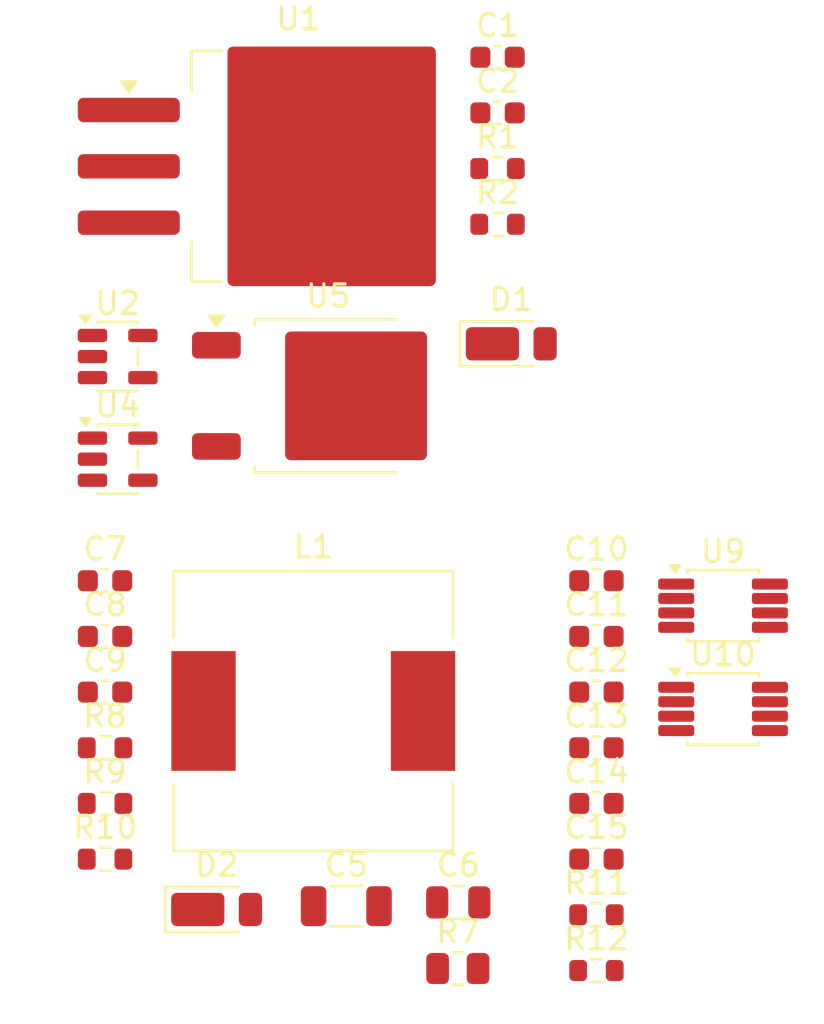
<source format=kicad_pcb>
(kicad_pcb (version 20241229) (generator "pcbnew") (generator_version "9.0")
  (layers (0 "F.Cu" signal) (2 "B.Cu" signal) (13 "F.Paste" user) (15 "B.Paste" user) (5 "F.SilkS" user "F.Silkscreen") (7 "B.SilkS" user "B.Silkscreen") (1 "F.Mask" user) (3 "B.Mask" user) (25 "Edge.Cuts" user))
  (net 0 "")
  (net 1 "GND")
  (net 2 "Net-(U1-IN)")
  (net 3 "Net-(U2-Vin+)")
  (net 4 "Net-(U3-BST)")
  (net 5 "+36V")
  (net 6 "/Boost Converter/VOUT")
  (net 7 "Net-(U6-INTVCC)")
  (net 8 "Net-(U6-SS)")
  (net 9 "Net-(C9-Pad1)")
  (net 10 "+5V")
  (net 11 "Net-(U9-DISCH)")
  (net 12 "Net-(U10-DISCH)")
  (net 13 "Net-(D1-K)")
  (net 14 "Net-(D1-A)")
  (net 15 "Net-(D2-A)")
  (net 16 "Net-(U1-OUT)")
  (net 17 "Net-(U6-FBX)")
  (net 18 "Net-(U6-VC)")
  (net 19 "Net-(U6-RT)")
  (net 20 "Net-(U2-OUT)")
  (net 21 "/CURR")
  (net 22 "Net-(U4--)")
  (net 23 "Net-(U5-ADJ)")
  (net 24 "/Pulse Controller/~{CURR}")
  (net 25 "/Pulse Controller/PULSE")
  (net 27 "/Pulse Controller/COOLDOWN")
  (footprint "Capacitor_SMD:C_0603_1608Metric" (layer "F.Cu") (at 126.098 124.717)
    (property "Reference" "C2" (at 0 -1.43 0) (layer "F.SilkS"))
    (property "Value" "0.1u")
    (fp_line (start -0.14058 -0.51) (end 0.14058 -0.51) (stroke (width 0.12)) (layer "F.SilkS"))
    (fp_line (start -0.14058 0.51) (end 0.14058 0.51) (stroke (width 0.12)) (layer "F.SilkS"))
    (pad "1" smd roundrect (at -0.775 0) (size 0.9 0.95) (layers "F.Cu" "F.Mask" "F.Paste") (net 4 "Net-(U3-BST)"))
    (pad "2" smd roundrect (at 0.775 0) (size 0.9 0.95) (layers "F.Cu" "F.Mask" "F.Paste") (net 3 "Net-(U2-Vin+)"))
  )
  (footprint "Resistor_SMD:R_0603_1608Metric" (layer "F.Cu") (at 108.398 155.847)
    (property "Reference" "R9" (at 0 -1.43 0) (layer "F.SilkS"))
    (property "Value" "7.5k")
    (fp_line (start -0.237258 -0.5225) (end 0.237258 -0.5225) (stroke (width 0.12)) (layer "F.SilkS"))
    (fp_line (start -0.237258 0.5225) (end 0.237258 0.5225) (stroke (width 0.12)) (layer "F.SilkS"))
    (pad "1" smd roundrect (at -0.825 0) (size 0.8 0.95) (layers "F.Cu" "F.Mask" "F.Paste") (net 1 "GND"))
    (pad "2" smd roundrect (at 0.825 0) (size 0.8 0.95) (layers "F.Cu" "F.Mask" "F.Paste") (net 17 "Net-(U6-FBX)"))
  )
  (footprint "Capacitor_SMD:C_0603_1608Metric" (layer "F.Cu") (at 126.098 122.207)
    (property "Reference" "C1" (at 0 -1.43 0) (layer "F.SilkS"))
    (property "Value" "1u")
    (fp_line (start -0.14058 -0.51) (end 0.14058 -0.51) (stroke (width 0.12)) (layer "F.SilkS"))
    (fp_line (start -0.14058 0.51) (end 0.14058 0.51) (stroke (width 0.12)) (layer "F.SilkS"))
    (pad "1" smd roundrect (at -0.775 0) (size 0.9 0.95) (layers "F.Cu" "F.Mask" "F.Paste") (net 2 "Net-(U1-IN)"))
    (pad "2" smd roundrect (at 0.775 0) (size 0.9 0.95) (layers "F.Cu" "F.Mask" "F.Paste") (net 1 "GND"))
  )
  (footprint "Resistor_SMD:R_0603_1608Metric" (layer "F.Cu") (at 108.398 158.357)
    (property "Reference" "R10" (at 0 -1.43 0) (layer "F.SilkS"))
    (property "Value" "100k")
    (fp_line (start -0.237258 -0.5225) (end 0.237258 -0.5225) (stroke (width 0.12)) (layer "F.SilkS"))
    (fp_line (start -0.237258 0.5225) (end 0.237258 0.5225) (stroke (width 0.12)) (layer "F.SilkS"))
    (pad "1" smd roundrect (at -0.825 0) (size 0.8 0.95) (layers "F.Cu" "F.Mask" "F.Paste") (net 1 "GND"))
    (pad "2" smd roundrect (at 0.825 0) (size 0.8 0.95) (layers "F.Cu" "F.Mask" "F.Paste") (net 19 "Net-(U6-RT)"))
  )
  (footprint "Package_SO:VSSOP-8_3x3mm_P0.65mm" (layer "F.Cu") (at 136.268 146.932)
    (property "Reference" "U9" (at 0 -2.45 0) (layer "F.SilkS"))
    (property "Value" "LMC555xMM")
    (fp_line (start -1.61 -1.61) (end 1.61 -1.61) (stroke (width 0.12)) (layer "F.SilkS"))
    (fp_line (start -1.61 -1.485) (end -1.61 -1.61) (stroke (width 0.12)) (layer "F.SilkS"))
    (fp_line (start -1.61 1.61) (end -1.61 1.485) (stroke (width 0.12)) (layer "F.SilkS"))
    (fp_line (start 1.61 -1.61) (end 1.61 -1.485) (stroke (width 0.12)) (layer "F.SilkS"))
    (fp_line (start 1.61 1.485) (end 1.61 1.61) (stroke (width 0.12)) (layer "F.SilkS"))
    (fp_line (start 1.61 1.61) (end -1.61 1.61) (stroke (width 0.12)) (layer "F.SilkS"))
    (fp_poly (pts (xy -2.16 -1.49) (xy -2.4 -1.82) (xy -1.92 -1.82)) (stroke (width 0.12)) (fill yes) (layer "F.SilkS"))
    (pad "1" smd roundrect (at -2.1125 -0.975) (size 1.625 0.5) (layers "F.Cu" "F.Mask" "F.Paste") (net 1 "GND"))
    (pad "2" smd roundrect (at -2.1125 -0.325) (size 1.625 0.5) (layers "F.Cu" "F.Mask" "F.Paste") (net 24 "/Pulse Controller/~{CURR}"))
    (pad "3" smd roundrect (at -2.1125 0.325) (size 1.625 0.5) (layers "F.Cu" "F.Mask" "F.Paste") (net 25 "/Pulse Controller/PULSE"))
    (pad "4" smd roundrect (at -2.1125 0.975) (size 1.625 0.5) (layers "F.Cu" "F.Mask" "F.Paste") (net 10 "+5V"))
    (pad "5" smd roundrect (at 2.1125 0.975) (size 1.625 0.5) (layers "F.Cu" "F.Mask" "F.Paste"))
    (pad "6" smd roundrect (at 2.1125 0.325) (size 1.625 0.5) (layers "F.Cu" "F.Mask" "F.Paste") (net 11 "Net-(U9-DISCH)"))
    (pad "7" smd roundrect (at 2.1125 -0.325) (size 1.625 0.5) (layers "F.Cu" "F.Mask" "F.Paste") (net 11 "Net-(U9-DISCH)"))
    (pad "8" smd roundrect (at 2.1125 -0.975) (size 1.625 0.5) (layers "F.Cu" "F.Mask" "F.Paste") (net 10 "+5V"))
  )
  (footprint "Resistor_SMD:R_0603_1608Metric" (layer "F.Cu") (at 108.398 153.337)
    (property "Reference" "R8" (at 0 -1.43 0) (layer "F.SilkS"))
    (property "Value" "100k")
    (fp_line (start -0.237258 -0.5225) (end 0.237258 -0.5225) (stroke (width 0.12)) (layer "F.SilkS"))
    (fp_line (start -0.237258 0.5225) (end 0.237258 0.5225) (stroke (width 0.12)) (layer "F.SilkS"))
    (pad "1" smd roundrect (at -0.825 0) (size 0.8 0.95) (layers "F.Cu" "F.Mask" "F.Paste") (net 9 "Net-(C9-Pad1)"))
    (pad "2" smd roundrect (at 0.825 0) (size 0.8 0.95) (layers "F.Cu" "F.Mask" "F.Paste") (net 18 "Net-(U6-VC)"))
  )
  (footprint "Package_TO_SOT_SMD:SOT-23-5" (layer "F.Cu") (at 108.968 135.702)
    (property "Reference" "U2" (at 0 -2.4 0) (layer "F.SilkS"))
    (property "Value" "INA281A2")
    (fp_line (start -0.91 -1.56) (end 0.91 -1.56) (stroke (width 0.12)) (layer "F.SilkS"))
    (fp_line (start -0.91 -1.51) (end -0.91 -1.56) (stroke (width 0.12)) (layer "F.SilkS"))
    (fp_line (start -0.91 1.56) (end -0.91 1.51) (stroke (width 0.12)) (layer "F.SilkS"))
    (fp_line (start 0.91 -1.56) (end 0.91 -1.51) (stroke (width 0.12)) (layer "F.SilkS"))
    (fp_line (start 0.91 -0.39) (end 0.91 0.39) (stroke (width 0.12)) (layer "F.SilkS"))
    (fp_line (start 0.91 1.51) (end 0.91 1.56) (stroke (width 0.12)) (layer "F.SilkS"))
    (fp_line (start 0.91 1.56) (end -0.91 1.56) (stroke (width 0.12)) (layer "F.SilkS"))
    (fp_poly (pts (xy -1.45 -1.51) (xy -1.69 -1.84) (xy -1.21 -1.84)) (stroke (width 0.12)) (fill yes) (layer "F.SilkS"))
    (pad "1" smd roundrect (at -1.1375 -0.95) (size 1.325 0.6) (layers "F.Cu" "F.Mask" "F.Paste") (net 20 "Net-(U2-OUT)"))
    (pad "2" smd roundrect (at -1.1375 0) (size 1.325 0.6) (layers "F.Cu" "F.Mask" "F.Paste") (net 1 "GND"))
    (pad "3" smd roundrect (at -1.1375 0.95) (size 1.325 0.6) (layers "F.Cu" "F.Mask" "F.Paste") (net 3 "Net-(U2-Vin+)"))
    (pad "4" smd roundrect (at 1.1375 0.95) (size 1.325 0.6) (layers "F.Cu" "F.Mask" "F.Paste") (net 2 "Net-(U1-IN)"))
    (pad "5" smd roundrect (at 1.1375 -0.95) (size 1.325 0.6) (layers "F.Cu" "F.Mask" "F.Paste") (net 10 "+5V"))
  )
  (footprint "Diode_SMD:D_PowerDI-123" (layer "F.Cu") (at 113.428 160.627)
    (property "Reference" "D2" (at 0 -2 0) (layer "F.SilkS"))
    (property "Value" "150V 1A, Schottky bigger")
    (fp_line (start -2.31 1.01) (end -2.31 -1.01) (stroke (width 0.12)) (layer "F.SilkS"))
    (fp_line (start -2.31 1.01) (end 1 1.01) (stroke (width 0.12)) (layer "F.SilkS"))
    (fp_line (start 1 -1.01) (end -2.31 -1.01) (stroke (width 0.12)) (layer "F.SilkS"))
    (pad "1" smd roundrect (at -0.85 0 180) (size 2.4 1.5) (layers "F.Cu" "F.Mask" "F.Paste") (roundrect_rratio 0.1666666667) (net 6 "/Boost Converter/VOUT"))
    (pad "2" smd roundrect (at 1.525 0 180) (size 1.05 1.5) (layers "F.Cu" "F.Mask" "F.Paste") (roundrect_rratio 0.2380952381) (net 15 "Net-(D2-A)"))
  )
  (footprint "Capacitor_SMD:C_0603_1608Metric" (layer "F.Cu") (at 130.558 153.337)
    (property "Reference" "C13" (at 0 -1.43 0) (layer "F.SilkS"))
    (property "Value" "560p")
    (fp_line (start -0.14058 -0.51) (end 0.14058 -0.51) (stroke (width 0.12)) (layer "F.SilkS"))
    (fp_line (start -0.14058 0.51) (end 0.14058 0.51) (stroke (width 0.12)) (layer "F.SilkS"))
    (pad "1" smd roundrect (at -0.775 0) (size 0.9 0.95) (layers "F.Cu" "F.Mask" "F.Paste") (net 1 "GND"))
    (pad "2" smd roundrect (at 0.775 0) (size 0.9 0.95) (layers "F.Cu" "F.Mask" "F.Paste") (net 11 "Net-(U9-DISCH)"))
  )
  (footprint "Package_SO:VSSOP-8_3x3mm_P0.65mm" (layer "F.Cu") (at 136.268 151.587)
    (property "Reference" "U10" (at 0 -2.45 0) (layer "F.SilkS"))
    (property "Value" "LMC555xMM")
    (fp_line (start -1.61 -1.61) (end 1.61 -1.61) (stroke (width 0.12)) (layer "F.SilkS"))
    (fp_line (start -1.61 -1.485) (end -1.61 -1.61) (stroke (width 0.12)) (layer "F.SilkS"))
    (fp_line (start -1.61 1.61) (end -1.61 1.485) (stroke (width 0.12)) (layer "F.SilkS"))
    (fp_line (start 1.61 -1.61) (end 1.61 -1.485) (stroke (width 0.12)) (layer "F.SilkS"))
    (fp_line (start 1.61 1.485) (end 1.61 1.61) (stroke (width 0.12)) (layer "F.SilkS"))
    (fp_line (start 1.61 1.61) (end -1.61 1.61) (stroke (width 0.12)) (layer "F.SilkS"))
    (fp_poly (pts (xy -2.16 -1.49) (xy -2.4 -1.82) (xy -1.92 -1.82)) (stroke (width 0.12)) (fill yes) (layer "F.SilkS"))
    (pad "1" smd roundrect (at -2.1125 -0.975) (size 1.625 0.5) (layers "F.Cu" "F.Mask" "F.Paste") (net 1 "GND"))
    (pad "2" smd roundrect (at -2.1125 -0.325) (size 1.625 0.5) (layers "F.Cu" "F.Mask" "F.Paste") (net 24 "/Pulse Controller/~{CURR}"))
    (pad "3" smd roundrect (at -2.1125 0.325) (size 1.625 0.5) (layers "F.Cu" "F.Mask" "F.Paste") (net 27 "/Pulse Controller/COOLDOWN"))
    (pad "4" smd roundrect (at -2.1125 0.975) (size 1.625 0.5) (layers "F.Cu" "F.Mask" "F.Paste") (net 10 "+5V"))
    (pad "5" smd roundrect (at 2.1125 0.975) (size 1.625 0.5) (layers "F.Cu" "F.Mask" "F.Paste"))
    (pad "6" smd roundrect (at 2.1125 0.325) (size 1.625 0.5) (layers "F.Cu" "F.Mask" "F.Paste") (net 12 "Net-(U10-DISCH)"))
    (pad "7" smd roundrect (at 2.1125 -0.325) (size 1.625 0.5) (layers "F.Cu" "F.Mask" "F.Paste") (net 12 "Net-(U10-DISCH)"))
    (pad "8" smd roundrect (at 2.1125 -0.975) (size 1.625 0.5) (layers "F.Cu" "F.Mask" "F.Paste") (net 10 "+5V"))
  )
  (footprint "Capacitor_SMD:C_0603_1608Metric" (layer "F.Cu") (at 130.558 158.357)
    (property "Reference" "C15" (at 0 -1.43 0) (layer "F.SilkS"))
    (property "Value" "10n")
    (fp_line (start -0.14058 -0.51) (end 0.14058 -0.51) (stroke (width 0.12)) (layer "F.SilkS"))
    (fp_line (start -0.14058 0.51) (end 0.14058 0.51) (stroke (width 0.12)) (layer "F.SilkS"))
    (pad "1" smd roundrect (at -0.775 0) (size 0.9 0.95) (layers "F.Cu" "F.Mask" "F.Paste") (net 1 "GND"))
    (pad "2" smd roundrect (at 0.775 0) (size 0.9 0.95) (layers "F.Cu" "F.Mask" "F.Paste") (net 12 "Net-(U10-DISCH)"))
  )
  (footprint "Capacitor_SMD:C_0603_1608Metric" (layer "F.Cu") (at 130.558 148.317)
    (property "Reference" "C11" (at 0 -1.43 0) (layer "F.SilkS"))
    (property "Value" "0.1u")
    (fp_line (start -0.14058 -0.51) (end 0.14058 -0.51) (stroke (width 0.12)) (layer "F.SilkS"))
    (fp_line (start -0.14058 0.51) (end 0.14058 0.51) (stroke (width 0.12)) (layer "F.SilkS"))
    (pad "1" smd roundrect (at -0.775 0) (size 0.9 0.95) (layers "F.Cu" "F.Mask" "F.Paste") (net 1 "GND"))
    (pad "2" smd roundrect (at 0.775 0) (size 0.9 0.95) (layers "F.Cu" "F.Mask" "F.Paste") (net 10 "+5V"))
  )
  (footprint "Package_TO_SOT_SMD:TO-263-3_TabPin2" (layer "F.Cu") (at 117.118 127.127)
    (property "Reference" "U1" (at 0 -6.65 0) (layer "F.SilkS"))
    (property "Value" "TL783")
    (fp_line (start -4.825 -5.2) (end -4.825 -3.39) (stroke (width 0.12)) (layer "F.SilkS"))
    (fp_line (start -4.825 5.2) (end -4.825 3.39) (stroke (width 0.12)) (layer "F.SilkS"))
    (fp_line (start -3.46 -5.2) (end -4.825 -5.2) (stroke (width 0.12)) (layer "F.SilkS"))
    (fp_line (start -3.46 5.2) (end -4.825 5.2) (stroke (width 0.12)) (layer "F.SilkS"))
    (fp_poly (pts (xy -7.65 -3.35) (xy -7.99 -3.82) (xy -7.31 -3.82)) (stroke (width 0.12)) (fill yes) (layer "F.SilkS"))
    (pad "1" smd roundrect (at -7.65 -2.54) (size 4.6 1.1) (layers "F.Cu" "F.Mask" "F.Paste") (roundrect_rratio 0.227273) (net 14 "Net-(D1-A)"))
    (pad "2" smd roundrect (at -7.65 0) (size 4.6 1.1) (layers "F.Cu" "F.Mask" "F.Paste") (roundrect_rratio 0.227273) (net 16 "Net-(U1-OUT)"))
    (pad "2" smd roundrect (at 1.5 0) (size 9.4 10.8) (layers "F.Cu" "F.Mask") (roundrect_rratio 0.026596) (net 16 "Net-(U1-OUT)"))
    (pad "3" smd roundrect (at -7.65 2.54) (size 4.6 1.1) (layers "F.Cu" "F.Mask" "F.Paste") (roundrect_rratio 0.227273) (net 2 "Net-(U1-IN)"))
  )
  (footprint "Capacitor_SMD:C_0603_1608Metric" (layer "F.Cu") (at 130.558 145.807)
    (property "Reference" "C10" (at 0 -1.43 0) (layer "F.SilkS"))
    (property "Value" "0.1u")
    (fp_line (start -0.14058 -0.51) (end 0.14058 -0.51) (stroke (width 0.12)) (layer "F.SilkS"))
    (fp_line (start -0.14058 0.51) (end 0.14058 0.51) (stroke (width 0.12)) (layer "F.SilkS"))
    (pad "1" smd roundrect (at -0.775 0) (size 0.9 0.95) (layers "F.Cu" "F.Mask" "F.Paste") (net 1 "GND"))
    (pad "2" smd roundrect (at 0.775 0) (size 0.9 0.95) (layers "F.Cu" "F.Mask" "F.Paste") (net 10 "+5V"))
  )
  (footprint "Capacitor_SMD:C_0603_1608Metric" (layer "F.Cu") (at 108.398 148.317)
    (property "Reference" "C8" (at 0 -1.43 0) (layer "F.SilkS"))
    (property "Value" "0.22uF")
    (fp_line (start -0.14058 -0.51) (end 0.14058 -0.51) (stroke (width 0.12)) (layer "F.SilkS"))
    (fp_line (start -0.14058 0.51) (end 0.14058 0.51) (stroke (width 0.12)) (layer "F.SilkS"))
    (pad "1" smd roundrect (at -0.775 0) (size 0.9 0.95) (layers "F.Cu" "F.Mask" "F.Paste") (net 8 "Net-(U6-SS)"))
    (pad "2" smd roundrect (at 0.775 0) (size 0.9 0.95) (layers "F.Cu" "F.Mask" "F.Paste") (net 1 "GND"))
  )
  (footprint "Resistor_SMD:R_0603_1608Metric" (layer "F.Cu") (at 130.558 163.377)
    (property "Reference" "R12" (at 0 -1.43 0) (layer "F.SilkS"))
    (property "Value" "9.1k")
    (fp_line (start -0.237258 -0.5225) (end 0.237258 -0.5225) (stroke (width 0.12)) (layer "F.SilkS"))
    (fp_line (start -0.237258 0.5225) (end 0.237258 0.5225) (stroke (width 0.12)) (layer "F.SilkS"))
    (pad "1" smd roundrect (at -0.825 0) (size 0.8 0.95) (layers "F.Cu" "F.Mask" "F.Paste") (net 12 "Net-(U10-DISCH)"))
    (pad "2" smd roundrect (at 0.825 0) (size 0.8 0.95) (layers "F.Cu" "F.Mask" "F.Paste") (net 10 "+5V"))
  )
  (footprint "Capacitor_SMD:C_0603_1608Metric" (layer "F.Cu") (at 108.398 145.807)
    (property "Reference" "C7" (at 0 -1.43 0) (layer "F.SilkS"))
    (property "Value" "1uF")
    (fp_line (start -0.14058 -0.51) (end 0.14058 -0.51) (stroke (width 0.12)) (layer "F.SilkS"))
    (fp_line (start -0.14058 0.51) (end 0.14058 0.51) (stroke (width 0.12)) (layer "F.SilkS"))
    (pad "1" smd roundrect (at -0.775 0) (size 0.9 0.95) (layers "F.Cu" "F.Mask" "F.Paste") (net 7 "Net-(U6-INTVCC)"))
    (pad "2" smd roundrect (at 0.775 0) (size 0.9 0.95) (layers "F.Cu" "F.Mask" "F.Paste") (net 1 "GND"))
  )
  (footprint "Capacitor_SMD:C_0603_1608Metric" (layer "F.Cu") (at 108.398 150.827)
    (property "Reference" "C9" (at 0 -1.43 0) (layer "F.SilkS"))
    (property "Value" "1nF")
    (fp_line (start -0.14058 -0.51) (end 0.14058 -0.51) (stroke (width 0.12)) (layer "F.SilkS"))
    (fp_line (start -0.14058 0.51) (end 0.14058 0.51) (stroke (width 0.12)) (layer "F.SilkS"))
    (pad "1" smd roundrect (at -0.775 0) (size 0.9 0.95) (layers "F.Cu" "F.Mask" "F.Paste") (net 9 "Net-(C9-Pad1)"))
    (pad "2" smd roundrect (at 0.775 0) (size 0.9 0.95) (layers "F.Cu" "F.Mask" "F.Paste") (net 1 "GND"))
  )
  (footprint "Capacitor_SMD:C_1206_3216Metric" (layer "F.Cu") (at 119.278 160.477)
    (property "Reference" "C5" (at 0 -1.85 0) (layer "F.SilkS"))
    (property "Value" "10uF 50V")
    (fp_line (start -0.711252 -0.91) (end 0.711252 -0.91) (stroke (width 0.12)) (layer "F.SilkS"))
    (fp_line (start -0.711252 0.91) (end 0.711252 0.91) (stroke (width 0.12)) (layer "F.SilkS"))
    (pad "1" smd roundrect (at -1.475 0) (size 1.15 1.8) (layers "F.Cu" "F.Mask" "F.Paste") (roundrect_rratio 0.217391) (net 5 "+36V"))
    (pad "2" smd roundrect (at 1.475 0) (size 1.15 1.8) (layers "F.Cu" "F.Mask" "F.Paste") (roundrect_rratio 0.217391) (net 1 "GND"))
  )
  (footprint "Resistor_SMD:R_0603_1608Metric" (layer "F.Cu") (at 126.098 127.227)
    (property "Reference" "R1" (at 0 -1.43 0) (layer "F.SilkS"))
    (property "Value" "100m")
    (fp_line (start -0.237258 -0.5225) (end 0.237258 -0.5225) (stroke (width 0.12)) (layer "F.SilkS"))
    (fp_line (start -0.237258 0.5225) (end 0.237258 0.5225) (stroke (width 0.12)) (layer "F.SilkS"))
    (pad "1" smd roundrect (at -0.825 0) (size 0.8 0.95) (layers "F.Cu" "F.Mask" "F.Paste") (net 3 "Net-(U2-Vin+)"))
    (pad "2" smd roundrect (at 0.825 0) (size 0.8 0.95) (layers "F.Cu" "F.Mask" "F.Paste") (net 2 "Net-(U1-IN)"))
  )
  (footprint "Diode_SMD:D_PowerDI-123" (layer "F.Cu") (at 126.718 135.127)
    (property "Reference" "D1" (at 0 -2 0) (layer "F.SilkS"))
    (property "Value" "150V 1A")
    (fp_line (start -2.31 1.01) (end -2.31 -1.01) (stroke (width 0.12)) (layer "F.SilkS"))
    (fp_line (start -2.31 1.01) (end 1 1.01) (stroke (width 0.12)) (layer "F.SilkS"))
    (fp_line (start 1 -1.01) (end -2.31 -1.01) (stroke (width 0.12)) (layer "F.SilkS"))
    (pad "1" smd roundrect (at -0.85 0 180) (size 2.4 1.5) (layers "F.Cu" "F.Mask" "F.Paste") (roundrect_rratio 0.1666666667) (net 13 "Net-(D1-K)"))
    (pad "2" smd roundrect (at 1.525 0 180) (size 1.05 1.5) (layers "F.Cu" "F.Mask" "F.Paste") (roundrect_rratio 0.2380952381) (net 14 "Net-(D1-A)"))
  )
  (footprint "Package_TO_SOT_SMD:SOT-23-5" (layer "F.Cu") (at 108.968 140.327)
    (property "Reference" "U4" (at 0 -2.4 0) (layer "F.SilkS"))
    (property "Value" "TLV3201")
    (fp_line (start -0.91 -1.56) (end 0.91 -1.56) (stroke (width 0.12)) (layer "F.SilkS"))
    (fp_line (start -0.91 -1.51) (end -0.91 -1.56) (stroke (width 0.12)) (layer "F.SilkS"))
    (fp_line (start -0.91 1.56) (end -0.91 1.51) (stroke (width 0.12)) (layer "F.SilkS"))
    (fp_line (start 0.91 -1.56) (end 0.91 -1.51) (stroke (width 0.12)) (layer "F.SilkS"))
    (fp_line (start 0.91 -0.39) (end 0.91 0.39) (stroke (width 0.12)) (layer "F.SilkS"))
    (fp_line (start 0.91 1.51) (end 0.91 1.56) (stroke (width 0.12)) (layer "F.SilkS"))
    (fp_line (start 0.91 1.56) (end -0.91 1.56) (stroke (width 0.12)) (layer "F.SilkS"))
    (fp_poly (pts (xy -1.45 -1.51) (xy -1.69 -1.84) (xy -1.21 -1.84)) (stroke (width 0.12)) (fill yes) (layer "F.SilkS"))
    (pad "1" smd roundrect (at -1.1375 -0.95) (size 1.325 0.6) (layers "F.Cu" "F.Mask" "F.Paste") (net 21 "/CURR"))
    (pad "2" smd roundrect (at -1.1375 0) (size 1.325 0.6) (layers "F.Cu" "F.Mask" "F.Paste") (net 1 "GND"))
    (pad "3" smd roundrect (at -1.1375 0.95) (size 1.325 0.6) (layers "F.Cu" "F.Mask" "F.Paste") (net 20 "Net-(U2-OUT)"))
    (pad "4" smd roundrect (at 1.1375 0.95) (size 1.325 0.6) (layers "F.Cu" "F.Mask" "F.Paste") (net 22 "Net-(U4--)"))
    (pad "5" smd roundrect (at 1.1375 -0.95) (size 1.325 0.6) (layers "F.Cu" "F.Mask" "F.Paste") (net 10 "+5V"))
  )
  (footprint "Capacitor_SMD:C_0805_2012Metric" (layer "F.Cu") (at 124.328 160.307)
    (property "Reference" "C6" (at 0 -1.68 0) (layer "F.SilkS"))
    (property "Value" "100nF 200V")
    (fp_line (start -0.261252 -0.735) (end 0.261252 -0.735) (stroke (width 0.12)) (layer "F.SilkS"))
    (fp_line (start -0.261252 0.735) (end 0.261252 0.735) (stroke (width 0.12)) (layer "F.SilkS"))
    (pad "1" smd roundrect (at -0.95 0) (size 1 1.45) (layers "F.Cu" "F.Mask" "F.Paste") (net 6 "/Boost Converter/VOUT"))
    (pad "2" smd roundrect (at 0.95 0) (size 1 1.45) (layers "F.Cu" "F.Mask" "F.Paste") (net 1 "GND"))
  )
  (footprint "Capacitor_SMD:C_0603_1608Metric" (layer "F.Cu") (at 130.558 155.847)
    (property "Reference" "C14" (at 0 -1.43 0) (layer "F.SilkS"))
    (property "Value" "0.1u")
    (fp_line (start -0.14058 -0.51) (end 0.14058 -0.51) (stroke (width 0.12)) (layer "F.SilkS"))
    (fp_line (start -0.14058 0.51) (end 0.14058 0.51) (stroke (width 0.12)) (layer "F.SilkS"))
    (pad "1" smd roundrect (at -0.775 0) (size 0.9 0.95) (layers "F.Cu" "F.Mask" "F.Paste") (net 1 "GND"))
    (pad "2" smd roundrect (at 0.775 0) (size 0.9 0.95) (layers "F.Cu" "F.Mask" "F.Paste") (net 10 "+5V"))
  )
  (footprint "Capacitor_SMD:C_0603_1608Metric" (layer "F.Cu") (at 130.558 150.827)
    (property "Reference" "C12" (at 0 -1.43 0) (layer "F.SilkS"))
    (property "Value" "0.1u")
    (fp_line (start -0.14058 -0.51) (end 0.14058 -0.51) (stroke (width 0.12)) (layer "F.SilkS"))
    (fp_line (start -0.14058 0.51) (end 0.14058 0.51) (stroke (width 0.12)) (layer "F.SilkS"))
    (pad "1" smd roundrect (at -0.775 0) (size 0.9 0.95) (layers "F.Cu" "F.Mask" "F.Paste") (net 1 "GND"))
    (pad "2" smd roundrect (at 0.775 0) (size 0.9 0.95) (layers "F.Cu" "F.Mask" "F.Paste") (net 10 "+5V"))
  )
  (footprint "Resistor_SMD:R_0603_1608Metric" (layer "F.Cu") (at 130.558 160.867)
    (property "Reference" "R11" (at 0 -1.43 0) (layer "F.SilkS"))
    (property "Value" "8.2k")
    (fp_line (start -0.237258 -0.5225) (end 0.237258 -0.5225) (stroke (width 0.12)) (layer "F.SilkS"))
    (fp_line (start -0.237258 0.5225) (end 0.237258 0.5225) (stroke (width 0.12)) (layer "F.SilkS"))
    (pad "1" smd roundrect (at -0.825 0) (size 0.8 0.95) (layers "F.Cu" "F.Mask" "F.Paste") (net 11 "Net-(U9-DISCH)"))
    (pad "2" smd roundrect (at 0.825 0) (size 0.8 0.95) (layers "F.Cu" "F.Mask" "F.Paste") (net 10 "+5V"))
  )
  (footprint "Package_TO_SOT_SMD:TO-252-2" (layer "F.Cu") (at 118.458 137.472)
    (property "Reference" "U5" (at 0 -4.5 0) (layer "F.SilkS"))
    (property "Value" "LM317_DPAK")
    (fp_line (start -3.31 -3.45) (end -3.31 -3.18) (stroke (width 0.12)) (layer "F.SilkS"))
    (fp_line (start -3.31 3.45) (end -3.31 3.18) (stroke (width 0.12)) (layer "F.SilkS"))
    (fp_line (start 3.11 -3.45) (end -3.31 -3.45) (stroke (width 0.12)) (layer "F.SilkS"))
    (fp_line (start 3.11 3.45) (end -3.31 3.45) (stroke (width 0.12)) (layer "F.SilkS"))
    (fp_poly (pts (xy -5.04 -3.14) (xy -5.38 -3.61) (xy -4.7 -3.61)) (stroke (width 0.12)) (fill yes) (layer "F.SilkS"))
    (pad "1" smd roundrect (at -5.04 -2.28) (size 2.2 1.2) (layers "F.Cu" "F.Mask" "F.Paste") (roundrect_rratio 0.208333) (net 23 "Net-(U5-ADJ)"))
    (pad "2" smd roundrect (at 1.26 0) (size 6.4 5.8) (layers "F.Cu" "F.Mask") (roundrect_rratio 0.043103) (net 10 "+5V"))
    (pad "3" smd roundrect (at -5.04 2.28) (size 2.2 1.2) (layers "F.Cu" "F.Mask" "F.Paste") (roundrect_rratio 0.208333) (net 5 "+36V"))
  )
  (footprint "Inductor_SMD:L_12x12mm_H8mm" (layer "F.Cu") (at 117.788 151.677)
    (property "Reference" "L1" (at 0 -7.4 0) (layer "F.SilkS"))
    (property "Value" "100uH, Isat=2.7A")
    (fp_line (start -6.3 -6.3) (end 6.3 -6.3) (stroke (width 0.12)) (layer "F.SilkS"))
    (fp_line (start -6.3 -3.3) (end -6.3 -6.3) (stroke (width 0.12)) (layer "F.SilkS"))
    (fp_line (start -6.3 6.3) (end -6.3 3.3) (stroke (width 0.12)) (layer "F.SilkS"))
    (fp_line (start 6.3 -6.3) (end 6.3 -3.3) (stroke (width 0.12)) (layer "F.SilkS"))
    (fp_line (start 6.3 3.3) (end 6.3 6.3) (stroke (width 0.12)) (layer "F.SilkS"))
    (fp_line (start 6.3 6.3) (end -6.3 6.3) (stroke (width 0.12)) (layer "F.SilkS"))
    (pad "1" smd rect (at -4.95 0) (size 2.9 5.4) (layers "F.Cu" "F.Mask" "F.Paste") (net 5 "+36V"))
    (pad "2" smd rect (at 4.95 0) (size 2.9 5.4) (layers "F.Cu" "F.Mask" "F.Paste") (net 15 "Net-(D2-A)"))
  )
  (footprint "Resistor_SMD:R_0603_1608Metric" (layer "F.Cu") (at 126.098 129.737)
    (property "Reference" "R2" (at 0 -1.43 0) (layer "F.SilkS"))
    (property "Value" "2.5")
    (fp_line (start -0.237258 -0.5225) (end 0.237258 -0.5225) (stroke (width 0.12)) (layer "F.SilkS"))
    (fp_line (start -0.237258 0.5225) (end 0.237258 0.5225) (stroke (width 0.12)) (layer "F.SilkS"))
    (pad "1" smd roundrect (at -0.825 0) (size 0.8 0.95) (layers "F.Cu" "F.Mask" "F.Paste") (net 16 "Net-(U1-OUT)"))
    (pad "2" smd roundrect (at 0.825 0) (size 0.8 0.95) (layers "F.Cu" "F.Mask" "F.Paste") (net 14 "Net-(D1-A)"))
  )
  (footprint "Resistor_SMD:R_0805_2012Metric" (layer "F.Cu") (at 124.308 163.287)
    (property "Reference" "R7" (at 0 -1.65 0) (layer "F.SilkS"))
    (property "Value" "470k 150V")
    (fp_line (start -0.227064 -0.735) (end 0.227064 -0.735) (stroke (width 0.12)) (layer "F.SilkS"))
    (fp_line (start -0.227064 0.735) (end 0.227064 0.735) (stroke (width 0.12)) (layer "F.SilkS"))
    (pad "1" smd roundrect (at -0.9125 0) (size 1.025 1.4) (layers "F.Cu" "F.Mask" "F.Paste") (roundrect_rratio 0.243902) (net 17 "Net-(U6-FBX)"))
    (pad "2" smd roundrect (at 0.9125 0) (size 1.025 1.4) (layers "F.Cu" "F.Mask" "F.Paste") (roundrect_rratio 0.243902) (net 6 "/Boost Converter/VOUT"))
  )
)
</source>
